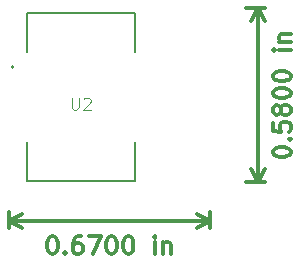
<source format=gto>
G04 #@! TF.GenerationSoftware,KiCad,Pcbnew,5.0.2-bee76a0~70~ubuntu18.04.1*
G04 #@! TF.CreationDate,2019-03-08T02:12:37-05:00*
G04 #@! TF.ProjectId,LO1,4c4f312e-6b69-4636-9164-5f7063625858,rev?*
G04 #@! TF.SameCoordinates,Original*
G04 #@! TF.FileFunction,Legend,Top*
G04 #@! TF.FilePolarity,Positive*
%FSLAX46Y46*%
G04 Gerber Fmt 4.6, Leading zero omitted, Abs format (unit mm)*
G04 Created by KiCad (PCBNEW 5.0.2-bee76a0~70~ubuntu18.04.1) date Fri 08 Mar 2019 02:12:37 AM EST*
%MOMM*%
%LPD*%
G01*
G04 APERTURE LIST*
%ADD10C,0.300000*%
%ADD11C,0.127000*%
%ADD12C,0.200000*%
%ADD13C,0.050000*%
G04 APERTURE END LIST*
D10*
X150884571Y-75250857D02*
X150884571Y-75108000D01*
X150956000Y-74965142D01*
X151027428Y-74893714D01*
X151170285Y-74822285D01*
X151456000Y-74750857D01*
X151813142Y-74750857D01*
X152098857Y-74822285D01*
X152241714Y-74893714D01*
X152313142Y-74965142D01*
X152384571Y-75108000D01*
X152384571Y-75250857D01*
X152313142Y-75393714D01*
X152241714Y-75465142D01*
X152098857Y-75536571D01*
X151813142Y-75608000D01*
X151456000Y-75608000D01*
X151170285Y-75536571D01*
X151027428Y-75465142D01*
X150956000Y-75393714D01*
X150884571Y-75250857D01*
X152241714Y-74108000D02*
X152313142Y-74036571D01*
X152384571Y-74108000D01*
X152313142Y-74179428D01*
X152241714Y-74108000D01*
X152384571Y-74108000D01*
X150884571Y-72679428D02*
X150884571Y-73393714D01*
X151598857Y-73465142D01*
X151527428Y-73393714D01*
X151456000Y-73250857D01*
X151456000Y-72893714D01*
X151527428Y-72750857D01*
X151598857Y-72679428D01*
X151741714Y-72608000D01*
X152098857Y-72608000D01*
X152241714Y-72679428D01*
X152313142Y-72750857D01*
X152384571Y-72893714D01*
X152384571Y-73250857D01*
X152313142Y-73393714D01*
X152241714Y-73465142D01*
X151527428Y-71750857D02*
X151456000Y-71893714D01*
X151384571Y-71965142D01*
X151241714Y-72036571D01*
X151170285Y-72036571D01*
X151027428Y-71965142D01*
X150956000Y-71893714D01*
X150884571Y-71750857D01*
X150884571Y-71465142D01*
X150956000Y-71322285D01*
X151027428Y-71250857D01*
X151170285Y-71179428D01*
X151241714Y-71179428D01*
X151384571Y-71250857D01*
X151456000Y-71322285D01*
X151527428Y-71465142D01*
X151527428Y-71750857D01*
X151598857Y-71893714D01*
X151670285Y-71965142D01*
X151813142Y-72036571D01*
X152098857Y-72036571D01*
X152241714Y-71965142D01*
X152313142Y-71893714D01*
X152384571Y-71750857D01*
X152384571Y-71465142D01*
X152313142Y-71322285D01*
X152241714Y-71250857D01*
X152098857Y-71179428D01*
X151813142Y-71179428D01*
X151670285Y-71250857D01*
X151598857Y-71322285D01*
X151527428Y-71465142D01*
X150884571Y-70250857D02*
X150884571Y-70108000D01*
X150956000Y-69965142D01*
X151027428Y-69893714D01*
X151170285Y-69822285D01*
X151456000Y-69750857D01*
X151813142Y-69750857D01*
X152098857Y-69822285D01*
X152241714Y-69893714D01*
X152313142Y-69965142D01*
X152384571Y-70108000D01*
X152384571Y-70250857D01*
X152313142Y-70393714D01*
X152241714Y-70465142D01*
X152098857Y-70536571D01*
X151813142Y-70608000D01*
X151456000Y-70608000D01*
X151170285Y-70536571D01*
X151027428Y-70465142D01*
X150956000Y-70393714D01*
X150884571Y-70250857D01*
X150884571Y-68822285D02*
X150884571Y-68679428D01*
X150956000Y-68536571D01*
X151027428Y-68465142D01*
X151170285Y-68393714D01*
X151456000Y-68322285D01*
X151813142Y-68322285D01*
X152098857Y-68393714D01*
X152241714Y-68465142D01*
X152313142Y-68536571D01*
X152384571Y-68679428D01*
X152384571Y-68822285D01*
X152313142Y-68965142D01*
X152241714Y-69036571D01*
X152098857Y-69108000D01*
X151813142Y-69179428D01*
X151456000Y-69179428D01*
X151170285Y-69108000D01*
X151027428Y-69036571D01*
X150956000Y-68965142D01*
X150884571Y-68822285D01*
X152384571Y-66536571D02*
X151384571Y-66536571D01*
X150884571Y-66536571D02*
X150956000Y-66608000D01*
X151027428Y-66536571D01*
X150956000Y-66465142D01*
X150884571Y-66536571D01*
X151027428Y-66536571D01*
X151384571Y-65822285D02*
X152384571Y-65822285D01*
X151527428Y-65822285D02*
X151456000Y-65750857D01*
X151384571Y-65608000D01*
X151384571Y-65393714D01*
X151456000Y-65250857D01*
X151598857Y-65179428D01*
X152384571Y-65179428D01*
X149606000Y-77724000D02*
X149606000Y-62992000D01*
X148590000Y-77724000D02*
X150192421Y-77724000D01*
X148590000Y-62992000D02*
X150192421Y-62992000D01*
X149606000Y-62992000D02*
X150192421Y-64118504D01*
X149606000Y-62992000D02*
X149019579Y-64118504D01*
X149606000Y-77724000D02*
X150192421Y-76597496D01*
X149606000Y-77724000D02*
X149019579Y-76597496D01*
X132140142Y-82304571D02*
X132283000Y-82304571D01*
X132425857Y-82376000D01*
X132497285Y-82447428D01*
X132568714Y-82590285D01*
X132640142Y-82876000D01*
X132640142Y-83233142D01*
X132568714Y-83518857D01*
X132497285Y-83661714D01*
X132425857Y-83733142D01*
X132283000Y-83804571D01*
X132140142Y-83804571D01*
X131997285Y-83733142D01*
X131925857Y-83661714D01*
X131854428Y-83518857D01*
X131783000Y-83233142D01*
X131783000Y-82876000D01*
X131854428Y-82590285D01*
X131925857Y-82447428D01*
X131997285Y-82376000D01*
X132140142Y-82304571D01*
X133283000Y-83661714D02*
X133354428Y-83733142D01*
X133283000Y-83804571D01*
X133211571Y-83733142D01*
X133283000Y-83661714D01*
X133283000Y-83804571D01*
X134640142Y-82304571D02*
X134354428Y-82304571D01*
X134211571Y-82376000D01*
X134140142Y-82447428D01*
X133997285Y-82661714D01*
X133925857Y-82947428D01*
X133925857Y-83518857D01*
X133997285Y-83661714D01*
X134068714Y-83733142D01*
X134211571Y-83804571D01*
X134497285Y-83804571D01*
X134640142Y-83733142D01*
X134711571Y-83661714D01*
X134783000Y-83518857D01*
X134783000Y-83161714D01*
X134711571Y-83018857D01*
X134640142Y-82947428D01*
X134497285Y-82876000D01*
X134211571Y-82876000D01*
X134068714Y-82947428D01*
X133997285Y-83018857D01*
X133925857Y-83161714D01*
X135283000Y-82304571D02*
X136283000Y-82304571D01*
X135640142Y-83804571D01*
X137140142Y-82304571D02*
X137283000Y-82304571D01*
X137425857Y-82376000D01*
X137497285Y-82447428D01*
X137568714Y-82590285D01*
X137640142Y-82876000D01*
X137640142Y-83233142D01*
X137568714Y-83518857D01*
X137497285Y-83661714D01*
X137425857Y-83733142D01*
X137283000Y-83804571D01*
X137140142Y-83804571D01*
X136997285Y-83733142D01*
X136925857Y-83661714D01*
X136854428Y-83518857D01*
X136783000Y-83233142D01*
X136783000Y-82876000D01*
X136854428Y-82590285D01*
X136925857Y-82447428D01*
X136997285Y-82376000D01*
X137140142Y-82304571D01*
X138568714Y-82304571D02*
X138711571Y-82304571D01*
X138854428Y-82376000D01*
X138925857Y-82447428D01*
X138997285Y-82590285D01*
X139068714Y-82876000D01*
X139068714Y-83233142D01*
X138997285Y-83518857D01*
X138925857Y-83661714D01*
X138854428Y-83733142D01*
X138711571Y-83804571D01*
X138568714Y-83804571D01*
X138425857Y-83733142D01*
X138354428Y-83661714D01*
X138283000Y-83518857D01*
X138211571Y-83233142D01*
X138211571Y-82876000D01*
X138283000Y-82590285D01*
X138354428Y-82447428D01*
X138425857Y-82376000D01*
X138568714Y-82304571D01*
X140854428Y-83804571D02*
X140854428Y-82804571D01*
X140854428Y-82304571D02*
X140783000Y-82376000D01*
X140854428Y-82447428D01*
X140925857Y-82376000D01*
X140854428Y-82304571D01*
X140854428Y-82447428D01*
X141568714Y-82804571D02*
X141568714Y-83804571D01*
X141568714Y-82947428D02*
X141640142Y-82876000D01*
X141783000Y-82804571D01*
X141997285Y-82804571D01*
X142140142Y-82876000D01*
X142211571Y-83018857D01*
X142211571Y-83804571D01*
X145542000Y-81026000D02*
X128524000Y-81026000D01*
X145542000Y-80264000D02*
X145542000Y-81612421D01*
X128524000Y-80264000D02*
X128524000Y-81612421D01*
X128524000Y-81026000D02*
X129650504Y-80439579D01*
X128524000Y-81026000D02*
X129650504Y-81612421D01*
X145542000Y-81026000D02*
X144415496Y-80439579D01*
X145542000Y-81026000D02*
X144415496Y-81612421D01*
D11*
G04 #@! TO.C,U2*
X139190000Y-66675000D02*
X139190000Y-63385000D01*
X139190000Y-63385000D02*
X130050000Y-63385000D01*
X130050000Y-63385000D02*
X130050000Y-66675000D01*
X139190000Y-74295000D02*
X139190000Y-77585000D01*
X139190000Y-77585000D02*
X130050000Y-77585000D01*
X130050000Y-77585000D02*
X130050000Y-74295000D01*
D12*
X128920000Y-67985000D02*
G75*
G03X128920000Y-67985000I-100000J0D01*
G01*
D13*
X133846506Y-70564051D02*
X133846506Y-71385888D01*
X133894850Y-71482575D01*
X133943193Y-71530918D01*
X134039880Y-71579261D01*
X134233253Y-71579261D01*
X134329940Y-71530918D01*
X134378283Y-71482575D01*
X134426626Y-71385888D01*
X134426626Y-70564051D01*
X134861716Y-70660738D02*
X134910060Y-70612395D01*
X135006746Y-70564051D01*
X135248463Y-70564051D01*
X135345150Y-70612395D01*
X135393493Y-70660738D01*
X135441836Y-70757425D01*
X135441836Y-70854111D01*
X135393493Y-70999141D01*
X134813373Y-71579261D01*
X135441836Y-71579261D01*
G04 #@! TD*
M02*

</source>
